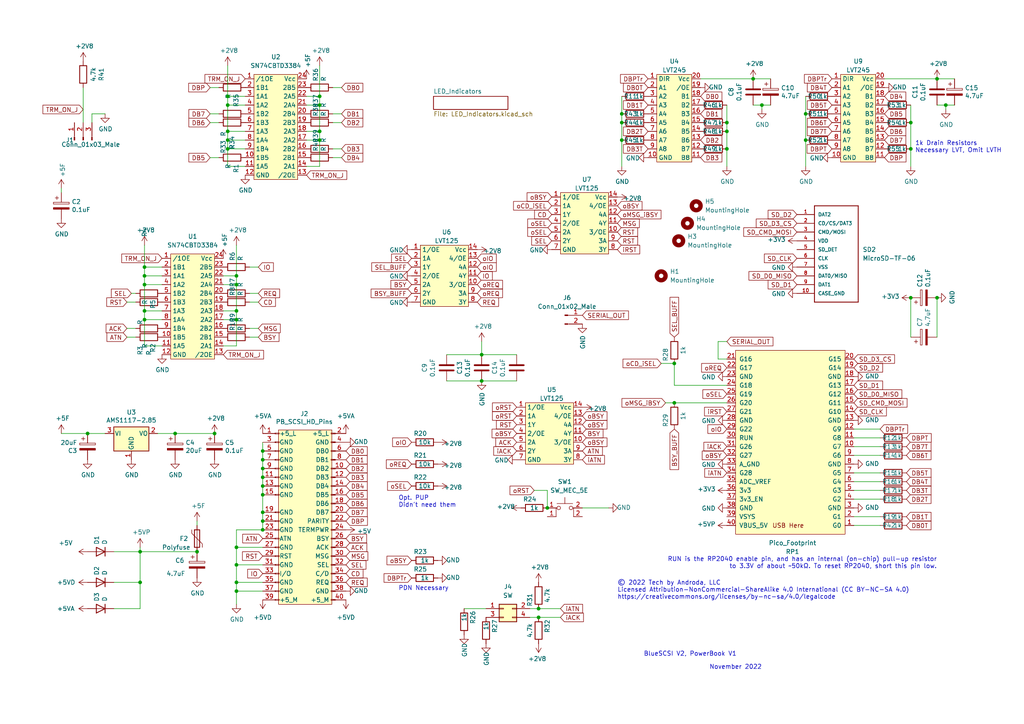
<source format=kicad_sch>
(kicad_sch (version 20211123) (generator eeschema)
  (paper "A4")
  (junction (at 68.58 171.45))
  (junction (at 25.4 125.73))
  (junction (at 271.78 86.36))
  (junction (at 40.64 168.91))
  (junction (at 41.91 77.47))
  (junction (at 92.71 27.94))
  (junction (at 41.91 90.17))
  (junction (at 68.58 82.55))
  (junction (at 220.98 30.48))
  (junction (at 66.04 43.18))
  (junction (at 156.21 176.53))
  (junction (at 139.7 110.49))
  (junction (at 92.71 30.48))
  (junction (at 57.15 160.02))
  (junction (at 40.64 160.02))
  (junction (at 92.71 40.64))
  (junction (at 158.75 147.32))
  (junction (at 92.71 38.1))
  (junction (at 210.82 43.18))
  (junction (at 139.7 102.87))
  (junction (at 195.58 105.41))
  (junction (at 76.2 133.35))
  (junction (at 41.91 80.01))
  (junction (at 68.58 80.01))
  (junction (at 66.04 38.1))
  (junction (at 76.2 130.81))
  (junction (at 41.91 82.55))
  (junction (at 180.34 33.02))
  (junction (at 76.2 143.51))
  (junction (at 233.68 33.02))
  (junction (at 210.82 35.56))
  (junction (at 76.2 148.59))
  (junction (at 68.58 90.17))
  (junction (at 218.44 22.86))
  (junction (at 62.23 125.73))
  (junction (at 271.78 22.86))
  (junction (at 156.21 179.07))
  (junction (at 50.8 125.73))
  (junction (at 180.34 40.64))
  (junction (at 66.04 27.94))
  (junction (at 264.16 86.36))
  (junction (at 210.82 38.1))
  (junction (at 233.68 40.64))
  (junction (at 68.58 163.83))
  (junction (at 264.16 43.18))
  (junction (at 76.2 135.89))
  (junction (at 66.04 30.48))
  (junction (at 76.2 153.67))
  (junction (at 68.58 158.75))
  (junction (at 195.58 116.84))
  (junction (at 274.32 30.48))
  (junction (at 76.2 151.13))
  (junction (at 180.34 35.56))
  (junction (at 264.16 35.56))
  (junction (at 66.04 40.64))
  (junction (at 68.58 92.71))
  (junction (at 68.58 168.91))
  (junction (at 76.2 140.97))
  (junction (at 41.91 92.71))
  (junction (at 76.2 138.43))
  (wire (pts (xy 92.71 48.26) (xy 92.71 40.64)))
  (wire (pts (xy 210.82 38.1) (xy 210.82 43.18)))
  (wire (pts (xy 193.04 116.84) (xy 195.58 116.84)))
  (wire (pts (xy 153.67 176.53) (xy 156.21 176.53)))
  (wire (pts (xy 66.04 43.18) (xy 71.12 43.18)))
  (wire (pts (xy 180.34 40.64) (xy 180.34 48.26)))
  (wire (pts (xy 68.58 158.75) (xy 68.58 153.67)))
  (wire (pts (xy 218.44 22.86) (xy 203.2 22.86)))
  (wire (pts (xy 92.71 30.48) (xy 92.71 27.94)))
  (wire (pts (xy 88.9 48.26) (xy 92.71 48.26)))
  (wire (pts (xy 64.77 90.17) (xy 68.58 90.17)))
  (wire (pts (xy 210.82 35.56) (xy 210.82 38.1)))
  (wire (pts (xy 264.16 43.18) (xy 264.16 48.26)))
  (wire (pts (xy 76.2 140.97) (xy 76.2 143.51)))
  (wire (pts (xy 68.58 168.91) (xy 68.58 163.83)))
  (wire (pts (xy 68.58 158.75) (xy 68.58 163.83)))
  (wire (pts (xy 274.32 30.48) (xy 274.32 31.75)))
  (wire (pts (xy 71.12 48.26) (xy 66.04 48.26)))
  (wire (pts (xy 88.9 38.1) (xy 92.71 38.1)))
  (wire (pts (xy 68.58 171.45) (xy 68.58 168.91)))
  (wire (pts (xy 39.37 85.09) (xy 38.1 85.09)))
  (wire (pts (xy 271.78 30.48) (xy 274.32 30.48)))
  (wire (pts (xy 134.62 176.53) (xy 140.97 176.53)))
  (wire (pts (xy 66.04 30.48) (xy 66.04 27.94)))
  (wire (pts (xy 218.44 30.48) (xy 220.98 30.48)))
  (wire (pts (xy 271.78 86.36) (xy 271.78 97.79)))
  (wire (pts (xy 66.04 38.1) (xy 66.04 30.48)))
  (wire (pts (xy 139.7 110.49) (xy 149.86 110.49)))
  (wire (pts (xy 129.54 102.87) (xy 139.7 102.87)))
  (wire (pts (xy 96.52 33.02) (xy 99.06 33.02)))
  (wire (pts (xy 41.91 77.47) (xy 46.99 77.47)))
  (wire (pts (xy 66.04 38.1) (xy 66.04 40.64)))
  (wire (pts (xy 264.16 86.36) (xy 264.16 97.79)))
  (wire (pts (xy 180.34 35.56) (xy 180.34 40.64)))
  (wire (pts (xy 233.68 33.02) (xy 233.68 40.64)))
  (wire (pts (xy 168.91 147.32) (xy 176.53 147.32)))
  (wire (pts (xy 247.65 139.7) (xy 255.27 139.7)))
  (wire (pts (xy 247.65 149.86) (xy 255.27 149.86)))
  (wire (pts (xy 68.58 153.67) (xy 76.2 153.67)))
  (wire (pts (xy 247.65 132.08) (xy 255.27 132.08)))
  (wire (pts (xy 41.91 90.17) (xy 41.91 82.55)))
  (wire (pts (xy 264.16 35.56) (xy 264.16 43.18)))
  (wire (pts (xy 92.71 40.64) (xy 92.71 38.1)))
  (wire (pts (xy 74.93 95.25) (xy 72.39 95.25)))
  (wire (pts (xy 41.91 92.71) (xy 46.99 92.71)))
  (wire (pts (xy 247.65 142.24) (xy 255.27 142.24)))
  (wire (pts (xy 41.91 80.01) (xy 46.99 80.01)))
  (wire (pts (xy 46.99 90.17) (xy 41.91 90.17)))
  (wire (pts (xy 76.2 171.45) (xy 68.58 171.45)))
  (wire (pts (xy 96.52 35.56) (xy 99.06 35.56)))
  (wire (pts (xy 68.58 82.55) (xy 68.58 80.01)))
  (wire (pts (xy 88.9 40.64) (xy 92.71 40.64)))
  (wire (pts (xy 88.9 27.94) (xy 92.71 27.94)))
  (wire (pts (xy 33.02 168.91) (xy 40.64 168.91)))
  (wire (pts (xy 66.04 40.64) (xy 66.04 43.18)))
  (wire (pts (xy 210.82 111.76) (xy 195.58 111.76)))
  (wire (pts (xy 17.78 125.73) (xy 25.4 125.73)))
  (wire (pts (xy 218.44 22.86) (xy 223.52 22.86)))
  (wire (pts (xy 191.77 105.41) (xy 195.58 105.41)))
  (wire (pts (xy 180.34 33.02) (xy 180.34 35.56)))
  (wire (pts (xy 66.04 19.05) (xy 66.04 27.94)))
  (wire (pts (xy 72.39 85.09) (xy 74.93 85.09)))
  (wire (pts (xy 68.58 163.83) (xy 76.2 163.83)))
  (wire (pts (xy 63.5 33.02) (xy 60.96 33.02)))
  (wire (pts (xy 233.68 27.94) (xy 233.68 33.02)))
  (wire (pts (xy 74.93 77.47) (xy 72.39 77.47)))
  (wire (pts (xy 68.58 171.45) (xy 68.58 175.26)))
  (wire (pts (xy 99.06 45.72) (xy 96.52 45.72)))
  (wire (pts (xy 68.58 90.17) (xy 68.58 82.55)))
  (wire (pts (xy 64.77 100.33) (xy 68.58 100.33)))
  (wire (pts (xy 26.67 33.02) (xy 30.48 33.02)))
  (wire (pts (xy 220.98 30.48) (xy 220.98 31.75)))
  (wire (pts (xy 99.06 43.18) (xy 96.52 43.18)))
  (wire (pts (xy 210.82 99.06) (xy 208.28 99.06)))
  (wire (pts (xy 68.58 100.33) (xy 68.58 92.71)))
  (wire (pts (xy 195.58 111.76) (xy 195.58 105.41)))
  (wire (pts (xy 76.2 135.89) (xy 76.2 138.43)))
  (wire (pts (xy 17.78 54.61) (xy 17.78 55.88)))
  (wire (pts (xy 66.04 40.64) (xy 71.12 40.64)))
  (wire (pts (xy 39.37 87.63) (xy 36.83 87.63)))
  (wire (pts (xy 24.13 25.4) (xy 24.13 35.56)))
  (wire (pts (xy 57.15 152.4) (xy 57.15 151.13)))
  (wire (pts (xy 195.58 116.84) (xy 210.82 116.84)))
  (wire (pts (xy 180.34 27.94) (xy 180.34 33.02)))
  (wire (pts (xy 233.68 40.64) (xy 233.68 48.26)))
  (wire (pts (xy 76.2 158.75) (xy 68.58 158.75)))
  (wire (pts (xy 92.71 38.1) (xy 92.71 30.48)))
  (wire (pts (xy 64.77 92.71) (xy 68.58 92.71)))
  (wire (pts (xy 158.75 142.24) (xy 158.75 147.32)))
  (wire (pts (xy 208.28 99.06) (xy 208.28 104.14)))
  (wire (pts (xy 25.4 125.73) (xy 30.48 125.73)))
  (wire (pts (xy 68.58 92.71) (xy 68.58 90.17)))
  (wire (pts (xy 76.2 133.35) (xy 76.2 135.89)))
  (wire (pts (xy 50.8 125.73) (xy 62.23 125.73)))
  (wire (pts (xy 76.2 130.81) (xy 76.2 133.35)))
  (wire (pts (xy 139.7 102.87) (xy 149.86 102.87)))
  (wire (pts (xy 156.21 179.07) (xy 162.56 179.07)))
  (wire (pts (xy 40.64 158.75) (xy 40.64 160.02)))
  (wire (pts (xy 247.65 137.16) (xy 255.27 137.16)))
  (wire (pts (xy 64.77 82.55) (xy 68.58 82.55)))
  (wire (pts (xy 33.02 160.02) (xy 40.64 160.02)))
  (wire (pts (xy 68.58 80.01) (xy 68.58 71.12)))
  (wire (pts (xy 92.71 27.94) (xy 92.71 19.05)))
  (wire (pts (xy 220.98 30.48) (xy 223.52 30.48)))
  (wire (pts (xy 99.06 25.4) (xy 96.52 25.4)))
  (wire (pts (xy 71.12 38.1) (xy 66.04 38.1)))
  (wire (pts (xy 210.82 30.48) (xy 210.82 35.56)))
  (wire (pts (xy 71.12 30.48) (xy 66.04 30.48)))
  (wire (pts (xy 45.72 125.73) (xy 50.8 125.73)))
  (wire (pts (xy 139.7 99.06) (xy 139.7 102.87)))
  (wire (pts (xy 76.2 148.59) (xy 76.2 151.13)))
  (wire (pts (xy 156.21 176.53) (xy 162.56 176.53)))
  (wire (pts (xy 41.91 90.17) (xy 41.91 92.71)))
  (wire (pts (xy 247.65 144.78) (xy 255.27 144.78)))
  (wire (pts (xy 88.9 30.48) (xy 92.71 30.48)))
  (wire (pts (xy 74.93 97.79) (xy 72.39 97.79)))
  (wire (pts (xy 33.02 176.53) (xy 40.64 176.53)))
  (wire (pts (xy 63.5 45.72) (xy 60.96 45.72)))
  (wire (pts (xy 40.64 160.02) (xy 57.15 160.02)))
  (wire (pts (xy 46.99 100.33) (xy 41.91 100.33)))
  (wire (pts (xy 210.82 43.18) (xy 210.82 48.26)))
  (wire (pts (xy 76.2 168.91) (xy 68.58 168.91)))
  (wire (pts (xy 46.99 82.55) (xy 41.91 82.55)))
  (wire (pts (xy 247.65 124.46) (xy 255.27 124.46)))
  (wire (pts (xy 247.65 129.54) (xy 255.27 129.54)))
  (wire (pts (xy 40.64 168.91) (xy 40.64 160.02)))
  (wire (pts (xy 247.65 152.4) (xy 255.27 152.4)))
  (wire (pts (xy 63.5 25.4) (xy 60.96 25.4)))
  (wire (pts (xy 153.67 179.07) (xy 156.21 179.07)))
  (wire (pts (xy 40.64 176.53) (xy 40.64 168.91)))
  (wire (pts (xy 264.16 30.48) (xy 264.16 35.56)))
  (wire (pts (xy 39.37 97.79) (xy 36.83 97.79)))
  (wire (pts (xy 36.83 95.25) (xy 39.37 95.25)))
  (wire (pts (xy 208.28 104.14) (xy 210.82 104.14)))
  (wire (pts (xy 247.65 127) (xy 255.27 127)))
  (wire (pts (xy 274.32 30.48) (xy 276.86 30.48)))
  (wire (pts (xy 64.77 80.01) (xy 68.58 80.01)))
  (wire (pts (xy 76.2 138.43) (xy 76.2 140.97)))
  (wire (pts (xy 154.94 142.24) (xy 158.75 142.24)))
  (wire (pts (xy 41.91 71.12) (xy 41.91 77.47)))
  (wire (pts (xy 271.78 22.86) (xy 276.86 22.86)))
  (wire (pts (xy 76.2 128.27) (xy 76.2 130.81)))
  (wire (pts (xy 41.91 77.47) (xy 41.91 80.01)))
  (wire (pts (xy 129.54 110.49) (xy 139.7 110.49)))
  (wire (pts (xy 41.91 82.55) (xy 41.91 80.01)))
  (wire (pts (xy 41.91 92.71) (xy 41.91 100.33)))
  (wire (pts (xy 72.39 87.63) (xy 74.93 87.63)))
  (wire (pts (xy 60.96 35.56) (xy 63.5 35.56)))
  (wire (pts (xy 76.2 143.51) (xy 76.2 148.59)))
  (wire (pts (xy 76.2 151.13) (xy 76.2 153.67)))
  (wire (pts (xy 26.67 35.56) (xy 26.67 33.02)))
  (wire (pts (xy 66.04 27.94) (xy 71.12 27.94)))
  (wire (pts (xy 271.78 22.86) (xy 256.54 22.86)))
  (wire (pts (xy 66.04 43.18) (xy 66.04 48.26)))
  (text "© 2022 Tech by Androda, LLC\nLicensed Attribution-NonCommercial-ShareAlike 4.0 International (CC BY-NC-SA 4.0)\nhttps://creativecommons.org/licenses/by-nc-sa/4.0/legalcode" (at 179.07 173.99 0) (effects (font (size 1.27 1.27)) (justify left bottom)))
  (text "November 2022" (at 205.74 194.31 0) (effects (font (size 1.27 1.27)) (justify left bottom)))
  (text "RUN is the RP2040 enable pin, and has an internal (on-chip) pull-up resistor\nto 3.3V of about ~50kΩ. To reset RP2040, short this pin low." (at 271.78 165.1 0) (effects (font (size 1.27 1.27)) (justify right bottom)))
  (text "Opt. PUP\nDidn't need them" (at 115.57 147.32 0) (effects (font (size 1.27 1.27)) (justify left bottom)))
  (text "BlueSCSI V2, PowerBook V1" (at 186.69 190.5 0) (effects (font (size 1.27 1.27)) (justify left bottom)))
  (text "PDN Necessary" (at 115.57 171.45 0) (effects (font (size 1.27 1.27)) (justify left bottom)))
  (text "1k Drain Resistors\nNecessary LVT, Omit LVTH" (at 265.43 44.45 0) (effects (font (size 1.27 1.27)) (justify left bottom)))
  (global_label "RST" (shape input) (at 36.83 87.63 180) (property "Intersheet References" "${INTERSHEET_REFS}" (effects hide)))
  (global_label "oSEL" (shape input) (at 119.38 140.97 180) (property "Intersheet References" "${INTERSHEET_REFS}" (effects hide)))
  (global_label "TRM_ON_J" (shape input) (at 24.13 31.75 180) (property "Intersheet References" "${INTERSHEET_REFS}" (effects hide)))
  (global_label "MSG" (shape input) (at 179.07 64.77 0) (property "Intersheet References" "${INTERSHEET_REFS}" (effects hide)))
  (global_label "SEL" (shape input) (at 38.1 85.09 180) (property "Intersheet References" "${INTERSHEET_REFS}" (effects hide)))
  (global_label "SD_D1" (shape input) (at 231.14 82.55 180) (property "Intersheet References" "${INTERSHEET_REFS}" (effects hide)))
  (global_label "oBSY" (shape input) (at 179.07 59.69 0) (property "Intersheet References" "${INTERSHEET_REFS}" (effects hide)))
  (global_label "oRST" (shape input) (at 149.86 120.65 180) (property "Intersheet References" "${INTERSHEET_REFS}" (effects hide)))
  (global_label "iACK" (shape input) (at 162.56 179.07 0) (property "Intersheet References" "${INTERSHEET_REFS}" (effects hide)))
  (global_label "SD_CLK" (shape input) (at 231.14 74.93 180) (property "Intersheet References" "${INTERSHEET_REFS}" (effects hide)))
  (global_label "MSG" (shape input) (at 100.33 161.29 0) (property "Intersheet References" "${INTERSHEET_REFS}" (effects hide)))
  (global_label "oIO" (shape input) (at 138.43 74.93 0) (property "Intersheet References" "${INTERSHEET_REFS}" (effects hide)))
  (global_label "DB1" (shape input) (at 203.2 33.02 0) (property "Intersheet References" "${INTERSHEET_REFS}" (effects hide)))
  (global_label "REQ" (shape input) (at 138.43 87.63 0) (property "Intersheet References" "${INTERSHEET_REFS}" (effects hide)))
  (global_label "CD" (shape input) (at 160.02 62.23 180) (property "Intersheet References" "${INTERSHEET_REFS}" (effects hide)))
  (global_label "DB1" (shape input) (at 99.06 33.02 0) (property "Intersheet References" "${INTERSHEET_REFS}" (effects hide)))
  (global_label "DB4" (shape input) (at 100.33 140.97 0) (property "Intersheet References" "${INTERSHEET_REFS}" (effects hide)))
  (global_label "DB1T" (shape input) (at 262.89 149.86 0) (property "Intersheet References" "${INTERSHEET_REFS}" (effects hide)))
  (global_label "DB2T" (shape input) (at 187.96 38.1 180) (property "Intersheet References" "${INTERSHEET_REFS}" (effects hide)))
  (global_label "oREQ" (shape input) (at 138.43 82.55 0) (property "Intersheet References" "${INTERSHEET_REFS}" (effects hide)))
  (global_label "oIO" (shape input) (at 138.43 77.47 0) (property "Intersheet References" "${INTERSHEET_REFS}" (effects hide)))
  (global_label "oIO" (shape input) (at 210.82 124.46 180) (property "Intersheet References" "${INTERSHEET_REFS}" (effects hide)))
  (global_label "DB7T" (shape input) (at 241.3 38.1 180) (property "Intersheet References" "${INTERSHEET_REFS}" (effects hide)))
  (global_label "oBSY" (shape input) (at 168.91 123.19 0) (property "Intersheet References" "${INTERSHEET_REFS}" (effects hide)))
  (global_label "DB3" (shape input) (at 99.06 43.18 0) (property "Intersheet References" "${INTERSHEET_REFS}" (effects hide)))
  (global_label "DBPTr" (shape input) (at 119.38 167.64 180) (property "Intersheet References" "${INTERSHEET_REFS}" (effects hide)))
  (global_label "SEL_BUFF" (shape input) (at 195.58 97.79 90) (property "Intersheet References" "${INTERSHEET_REFS}" (effects hide)))
  (global_label "oMSG_iBSY" (shape input) (at 179.07 62.23 0) (property "Intersheet References" "${INTERSHEET_REFS}" (effects hide)))
  (global_label "CD" (shape input) (at 74.93 87.63 0) (property "Intersheet References" "${INTERSHEET_REFS}" (effects hide)))
  (global_label "DBP" (shape input) (at 100.33 151.13 0) (property "Intersheet References" "${INTERSHEET_REFS}" (effects hide)))
  (global_label "BSY" (shape input) (at 168.91 125.73 0) (property "Intersheet References" "${INTERSHEET_REFS}" (effects hide)))
  (global_label "REQ" (shape input) (at 74.93 85.09 0) (property "Intersheet References" "${INTERSHEET_REFS}" (effects hide)))
  (global_label "ACK" (shape input) (at 149.86 128.27 180) (property "Intersheet References" "${INTERSHEET_REFS}" (effects hide)))
  (global_label "iRST" (shape input) (at 179.07 72.39 0) (property "Intersheet References" "${INTERSHEET_REFS}" (effects hide)))
  (global_label "oBSY" (shape input) (at 160.02 57.15 180) (property "Intersheet References" "${INTERSHEET_REFS}" (effects hide)))
  (global_label "DB4" (shape input) (at 256.54 27.94 0) (property "Intersheet References" "${INTERSHEET_REFS}" (effects hide)))
  (global_label "DBP" (shape input) (at 60.96 25.4 180) (property "Intersheet References" "${INTERSHEET_REFS}" (effects hide)))
  (global_label "RST" (shape input) (at 149.86 123.19 180) (property "Intersheet References" "${INTERSHEET_REFS}" (effects hide)))
  (global_label "DB7" (shape input) (at 100.33 148.59 0) (property "Intersheet References" "${INTERSHEET_REFS}" (effects hide)))
  (global_label "RST" (shape input) (at 179.07 69.85 0) (property "Intersheet References" "${INTERSHEET_REFS}" (effects hide)))
  (global_label "oBSY" (shape input) (at 149.86 125.73 180) (property "Intersheet References" "${INTERSHEET_REFS}" (effects hide)))
  (global_label "REQ" (shape input) (at 100.33 168.91 0) (property "Intersheet References" "${INTERSHEET_REFS}" (effects hide)))
  (global_label "DBPTr" (shape input) (at 187.96 22.86 180) (property "Intersheet References" "${INTERSHEET_REFS}" (effects hide)))
  (global_label "IO" (shape input) (at 76.2 166.37 180) (property "Intersheet References" "${INTERSHEET_REFS}" (effects hide)))
  (global_label "oBSY" (shape input) (at 168.91 120.65 0) (property "Intersheet References" "${INTERSHEET_REFS}" (effects hide)))
  (global_label "DB7T" (shape input) (at 262.89 129.54 0) (property "Intersheet References" "${INTERSHEET_REFS}" (effects hide)))
  (global_label "SERIAL_OUT" (shape input) (at 210.82 99.06 0) (property "Intersheet References" "${INTERSHEET_REFS}" (effects hide)))
  (global_label "RST" (shape input) (at 179.07 67.31 0) (property "Intersheet References" "${INTERSHEET_REFS}" (effects hide)))
  (global_label "DB7" (shape input) (at 60.96 33.02 180) (property "Intersheet References" "${INTERSHEET_REFS}" (effects hide)))
  (global_label "SD_D0_MISO" (shape input) (at 247.65 114.3 0) (property "Intersheet References" "${INTERSHEET_REFS}" (effects hide)))
  (global_label "DB2" (shape input) (at 99.06 35.56 0) (property "Intersheet References" "${INTERSHEET_REFS}" (effects hide)))
  (global_label "DB5T" (shape input) (at 241.3 30.48 180) (property "Intersheet References" "${INTERSHEET_REFS}" (effects hide)))
  (global_label "SEL" (shape input) (at 100.33 163.83 0) (property "Intersheet References" "${INTERSHEET_REFS}" (effects hide)))
  (global_label "DB5" (shape input) (at 256.54 33.02 0) (property "Intersheet References" "${INTERSHEET_REFS}" (effects hide)))
  (global_label "DB4" (shape input) (at 99.06 45.72 0) (property "Intersheet References" "${INTERSHEET_REFS}" (effects hide)))
  (global_label "SERIAL_OUT" (shape input) (at 168.91 91.44 0) (property "Intersheet References" "${INTERSHEET_REFS}" (effects hide)))
  (global_label "DB2" (shape input) (at 203.2 40.64 0) (property "Intersheet References" "${INTERSHEET_REFS}" (effects hide)))
  (global_label "oSEL" (shape input) (at 160.02 67.31 180) (property "Intersheet References" "${INTERSHEET_REFS}" (effects hide)))
  (global_label "ATN" (shape input) (at 76.2 156.21 180) (property "Intersheet References" "${INTERSHEET_REFS}" (effects hide)))
  (global_label "DB5" (shape input) (at 60.96 45.72 180) (property "Intersheet References" "${INTERSHEET_REFS}" (effects hide)))
  (global_label "SD_D3_CS" (shape input) (at 247.65 104.14 0) (property "Intersheet References" "${INTERSHEET_REFS}" (effects hide)))
  (global_label "TRM_ON_J" (shape input) (at 88.9 50.8 0) (property "Intersheet References" "${INTERSHEET_REFS}" (effects hide)))
  (global_label "CD" (shape input) (at 100.33 166.37 0) (property "Intersheet References" "${INTERSHEET_REFS}" (effects hide)))
  (global_label "oMSG_iBSY" (shape input) (at 193.04 116.84 180) (property "Intersheet References" "${INTERSHEET_REFS}" (effects hide)))
  (global_label "BSY" (shape input) (at 119.38 82.55 180) (property "Intersheet References" "${INTERSHEET_REFS}" (effects hide)))
  (global_label "DB6" (shape input) (at 100.33 146.05 0) (property "Intersheet References" "${INTERSHEET_REFS}" (effects hide)))
  (global_label "SD_CMD_MOSI" (shape input) (at 231.14 67.31 180) (property "Intersheet References" "${INTERSHEET_REFS}" (effects hide)))
  (global_label "DB3" (shape input) (at 203.2 45.72 0) (property "Intersheet References" "${INTERSHEET_REFS}" (effects hide)))
  (global_label "SEL" (shape input) (at 160.02 69.85 180) (property "Intersheet References" "${INTERSHEET_REFS}" (effects hide)))
  (global_label "DB0T" (shape input) (at 187.96 25.4 180) (property "Intersheet References" "${INTERSHEET_REFS}" (effects hide)))
  (global_label "BSY" (shape input) (at 74.93 97.79 0) (property "Intersheet References" "${INTERSHEET_REFS}" (effects hide)))
  (global_label "DBPTr" (shape input) (at 255.27 124.46 0) (property "Intersheet References" "${INTERSHEET_REFS}" (effects hide)))
  (global_label "oCD_iSEL" (shape input) (at 160.02 59.69 180) (property "Intersheet References" "${INTERSHEET_REFS}" (effects hide)))
  (global_label "SD_CMD_MOSI" (shape input) (at 247.65 116.84 0) (property "Intersheet References" "${INTERSHEET_REFS}" (effects hide)))
  (global_label "iRST" (shape input) (at 210.82 119.38 180) (property "Intersheet References" "${INTERSHEET_REFS}" (effects hide)))
  (global_label "SEL_BUFF" (shape input) (at 119.38 77.47 180) (property "Intersheet References" "${INTERSHEET_REFS}" (effects hide)))
  (global_label "DB6T" (shape input) (at 262.89 132.08 0) (property "Intersheet References" "${INTERSHEET_REFS}" (effects hide)))
  (global_label "DB6T" (shape input) (at 241.3 35.56 180) (property "Intersheet References" "${INTERSHEET_REFS}" (effects hide)))
  (global_label "iACK" (shape input) (at 149.86 130.81 180) (property "Intersheet References" "${INTERSHEET_REFS}" (effects hide)))
  (global_label "iATN" (shape input) (at 210.82 137.16 180) (property "Intersheet References" "${INTERSHEET_REFS}" (effects hide)))
  (global_label "oRST" (shape input) (at 149.86 118.11 180) (property "Intersheet References" "${INTERSHEET_REFS}" (effects hide)))
  (global_label "MSG" (shape input) (at 74.93 95.25 0) (property "Intersheet References" "${INTERSHEET_REFS}" (effects hide)))
  (global_label "SD_D1" (shape input) (at 247.65 111.76 0) (property "Intersheet References" "${INTERSHEET_REFS}" (effects hide)))
  (global_label "oSEL" (shape input) (at 210.82 114.3 180) (property "Intersheet References" "${INTERSHEET_REFS}" (effects hide)))
  (global_label "TRM_ON_J" (shape input) (at 64.77 102.87 0) (property "Intersheet References" "${INTERSHEET_REFS}" (effects hide)))
  (global_label "ACK" (shape input) (at 36.83 95.25 180) (property "Intersheet References" "${INTERSHEET_REFS}" (effects hide)))
  (global_label "DB5" (shape input) (at 100.33 143.51 0) (property "Intersheet References" "${INTERSHEET_REFS}" (effects hide)))
  (global_label "DB5T" (shape input) (at 262.89 137.16 0) (property "Intersheet References" "${INTERSHEET_REFS}" (effects hide)))
  (global_label "oSEL" (shape input) (at 160.02 64.77 180) (property "Intersheet References" "${INTERSHEET_REFS}" (effects hide)))
  (global_label "SD_D0_MISO" (shape input) (at 231.14 80.01 180) (property "Intersheet References" "${INTERSHEET_REFS}" (effects hide)))
  (global_label "DBPT" (shape input) (at 241.3 43.18 180) (property "Intersheet References" "${INTERSHEET_REFS}" (effects hide)))
  (global_label "SD_D2" (shape input) (at 247.65 106.68 0) (property "Intersheet References" "${INTERSHEET_REFS}" (effects hide)))
  (global_label "oREQ" (shape input) (at 138.43 85.09 0) (property "Intersheet References" "${INTERSHEET_REFS}" (effects hide)))
  (global_label "DB3" (shape input) (at 100.33 138.43 0) (property "Intersheet References" "${INTERSHEET_REFS}" (effects hide)))
  (global_label "SD_CLK" (shape input) (at 247.65 119.38 0) (property "Intersheet References" "${INTERSHEET_REFS}" (effects hide)))
  (global_label "DB2T" (shape input) (at 262.89 144.78 0) (property "Intersheet References" "${INTERSHEET_REFS}" (effects hide)))
  (global_label "oCD_iSEL" (shape input) (at 191.77 105.41 180) (property "Intersheet References" "${INTERSHEET_REFS}" (effects hide)))
  (global_label "SD_D3_CS" (shape input) (at 231.14 64.77 180) (property "Intersheet References" "${INTERSHEET_REFS}" (effects hide)))
  (global_label "oBSY" (shape input) (at 210.82 132.08 180) (property "Intersheet References" "${INTERSHEET_REFS}" (effects hide)))
  (global_label "DB0" (shape input) (at 203.2 27.94 0) (property "Intersheet References" "${INTERSHEET_REFS}" (effects hide)))
  (global_label "TRM_ON_J" (shape input) (at 46.99 74.93 180) (property "Intersheet References" "${INTERSHEET_REFS}" (effects hide)))
  (global_label "BSY_BUFF" (shape input) (at 119.38 85.09 180) (property "Intersheet References" "${INTERSHEET_REFS}" (effects hide)))
  (global_label "DB0" (shape input) (at 99.06 25.4 0) (property "Intersheet References" "${INTERSHEET_REFS}" (effects hide)))
  (global_label "DB3T" (shape input) (at 262.89 142.24 0) (property "Intersheet References" "${INTERSHEET_REFS}" (effects hide)))
  (global_label "DB1T" (shape input) (at 187.96 30.48 180) (property "Intersheet References" "${INTERSHEET_REFS}" (effects hide)))
  (global_label "oBSY" (shape input) (at 119.38 162.56 180) (property "Intersheet References" "${INTERSHEET_REFS}" (effects hide)))
  (global_label "DB6" (shape input) (at 256.54 38.1 0) (property "Intersheet References" "${INTERSHEET_REFS}" (effects hide)))
  (global_label "IO" (shape input) (at 74.93 77.47 0) (property "Intersheet References" "${INTERSHEET_REFS}" (effects hide)))
  (global_label "SEL" (shape input) (at 119.38 74.93 180) (property "Intersheet References" "${INTERSHEET_REFS}" (effects hide)))
  (global_label "iATN" (shape input) (at 168.91 133.35 0) (property "Intersheet References" "${INTERSHEET_REFS}" (effects hide)))
  (global_label "RST" (shape input) (at 76.2 161.29 180) (property "Intersheet References" "${INTERSHEET_REFS}" (effects hide)))
  (global_label "DBPT" (shape input) (at 262.89 127 0) (property "Intersheet References" "${INTERSHEET_REFS}" (effects hide)))
  (global_label "oRST" (shape input) (at 154.94 142.24 180) (property "Intersheet References" "${INTERSHEET_REFS}" (effects hide)))
  (global_label "TRM_ON_J" (shape input) (at 71.12 22.86 180) (property "Intersheet References" "${INTERSHEET_REFS}" (effects hide)))
  (global_label "oREQ" (shape input) (at 210.82 106.68 180) (property "Intersheet References" "${INTERSHEET_REFS}" (effects hide)))
  (global_label "DB6" (shape input) (at 60.96 35.56 180) (property "Intersheet References" "${INTERSHEET_REFS}" (effects hide)))
  (global_label "ACK" (shape input) (at 100.33 158.75 0) (property "Intersheet References" "${INTERSHEET_REFS}" (effects hide)))
  (global_label "DB4T" (shape input) (at 262.89 139.7 0) (property "Intersheet References" "${INTERSHEET_REFS}" (effects hide)))
  (global_label "BSY_BUFF" (shape input) (at 195.58 124.46 270) (property "Intersheet References" "${INTERSHEET_REFS}" (effects hide)))
  (global_label "iATN" (shape input) (at 162.56 176.53 0) (property "Intersheet References" "${INTERSHEET_REFS}" (effects hide)))
  (global_label "DB3T" (shape input) (at 187.96 43.18 180) (property "Intersheet References" "${INTERSHEET_REFS}" (effects hide)))
  (global_label "oBSY" (shape input) (at 168.91 128.27 0) (property "Intersheet References" "${INTERSHEET_REFS}" (effects hide)))
  (global_label "BSY" (shape input) (at 100.33 156.21 0) (property "Intersheet References" "${INTERSHEET_REFS}" (effects hide)))
  (global_label "DB0" (shape input) (at 100.33 130.81 0) (property "Intersheet References" "${INTERSHEET_REFS}" (effects hide)))
  (global_label "oIO" (shape input) (at 119.38 128.27 180) (property "Intersheet References" "${INTERSHEET_REFS}" (effects hide)))
  (global_label "DB7" (shape input) (at 256.54 40.64 0) (property "Intersheet References" "${INTERSHEET_REFS}" (effects hide)))
  (global_label "SD_D2" (shape input) (at 231.14 62.23 180) (property "Intersheet References" "${INTERSHEET_REFS}" (effects hide)))
  (global_label "DBPTr" (shape input) (at 241.3 22.86 180) (property "Intersheet References" "${INTERSHEET_REFS}" (effects hide)))
  (global_label "DB4T" (shape input) (at 241.3 25.4 180) (property "Intersheet References" "${INTERSHEET_REFS}" (effects hide)))
  (global_label "DB2" (shape input) (at 100.33 135.89 0) (property "Intersheet References" "${INTERSHEET_REFS}" (effects hide)))
  (global_label "oREQ" (shape input) (at 119.38 134.62 180) (property "Intersheet References" "${INTERSHEET_REFS}" (effects hide)))
  (global_label "iACK" (shape input) (at 210.82 129.54 180) (property "Intersheet References" "${INTERSHEET_REFS}" (effects hide)))
  (global_label "IO" (shape input) (at 138.43 80.01 0) (property "Intersheet References" "${INTERSHEET_REFS}" (effects hide)))
  (global_label "DB0T" (shape input) (at 262.89 152.4 0) (property "Intersheet References" "${INTERSHEET_REFS}" (effects hide)))
  (global_label "DB1" (shape input) (at 100.33 133.35 0) (property "Intersheet References" "${INTERSHEET_REFS}" (effects hide)))
  (global_label "ATN" (shape input) (at 168.91 130.81 0) (property "Intersheet References" "${INTERSHEET_REFS}" (effects hide)))
  (global_label "DBP" (shape input) (at 256.54 45.72 0) (property "Intersheet References" "${INTERSHEET_REFS}" (effects hide)))
  (global_label "ATN" (shape input) (at 36.83 97.79 180) (property "Intersheet References" "${INTERSHEET_REFS}" (effects hide)))
  (symbol (lib_id "Regulator_Linear:AMS1117CD-2.85") (at 38.1 125.73 0) (unit 1)
    (property "Reference" "U3" (at 38.1 119.5832 0))
    (property "Value" "AMS1117-2.85" (at 38.1 121.8946 0))
    (property "Footprint" "Package_TO_SOT_SMD:SOT-223-3_TabPin2" (effects hide))
    (property "Datasheet" "http://www.advanced-monolithic.com/pdf/ds1117.pdf" (effects hide))
  )
  (symbol (lib_id "power:GND") (at 38.1 133.35 0) (unit 1)
    (property "Reference" "#PWR012" (effects hide))
    (property "Value" "GND" (at 38.227 137.7442 0))
  )
  (symbol (lib_id "power:+2V8") (at 62.23 125.73 0) (unit 1)
    (property "Reference" "#PWR015" (effects hide))
    (property "Value" "+2V8" (at 62.611 121.3358 0))
  )
  (symbol (lib_id "Device:CP") (at 50.8 129.54 0) (unit 1)
    (property "Reference" "C4" (at 53.7972 128.3716 0) (effects (justify left)))
    (property "Value" "20uF" (at 53.7972 130.683 0) (effects (justify left)))
    (property "Footprint" "Capacitor_SMD:C_1206_3216Metric_Pad1.42x1.75mm_HandSolder" (effects hide))
  )
  (symbol (lib_id "Device:CP") (at 25.4 129.54 0) (unit 1)
    (property "Reference" "C3" (at 22.4028 130.7084 0) (effects (justify right)))
    (property "Value" "20uF" (at 22.4028 128.397 0) (effects (justify right)))
    (property "Footprint" "Capacitor_SMD:C_1206_3216Metric_Pad1.42x1.75mm_HandSolder" (effects hide))
  )
  (symbol (lib_id "power:GND") (at 25.4 133.35 0) (unit 1)
    (property "Reference" "#PWR07" (effects hide))
    (property "Value" "GND" (at 25.527 137.7442 0))
  )
  (symbol (lib_id "power:GND") (at 50.8 133.35 0) (unit 1)
    (property "Reference" "#PWR013" (effects hide))
    (property "Value" "GND" (at 50.927 137.7442 0))
  )
  (symbol (lib_id "custom_symbols:+5V_TPWR") (at 25.4 160.02 90) (unit 1)
    (property "Reference" "#PWR019" (effects hide))
    (property "Value" "+5V_TPWR" (at 19.05 157.48 90))
  )
  (symbol (lib_id "power:+3V3") (at 210.82 142.24 90) (unit 1)
    (property "Reference" "#PWR047" (effects hide))
    (property "Value" "+3V3" (at 207.5688 141.859 90) (effects (justify left)))
  )
  (symbol (lib_id "power:+5VP") (at 210.82 152.4 90) (unit 1)
    (property "Reference" "#PWR036" (effects hide))
    (property "Value" "+5VP" (at 207.5688 152.019 90) (effects (justify left)))
  )
  (symbol (lib_id "power:+5F") (at 17.78 125.73 0) (unit 1)
    (property "Reference" "#PWR06" (effects hide))
    (property "Value" "+5F" (at 18.161 121.3358 0))
  )
  (symbol (lib_id "power:+5F") (at 57.15 151.13 0) (unit 1)
    (property "Reference" "#PWR027" (effects hide))
    (property "Value" "+5F" (at 57.531 146.7358 0))
  )
  (symbol (lib_id "power:+5VP") (at 40.64 158.75 0) (unit 1)
    (property "Reference" "#PWR025" (effects hide))
    (property "Value" "+5VP" (at 41.021 154.3558 0))
  )
  (symbol (lib_id "custom_symbols:BlackSCSI") (at 229.87 156.21 180) (unit 1)
    (property "Reference" "RP1" (at 229.87 160.02 0))
    (property "Value" "Pico_Footprint" (at 229.87 157.48 0))
    (property "Footprint" "CustomFootprints:BluePillModule" (effects hide))
  )
  (symbol (lib_id "power:GND") (at 210.82 134.62 270) (unit 1)
    (property "Reference" "#PWR037" (effects hide))
    (property "Value" "GND" (at 207.5688 134.747 90) (effects (justify right)))
  )
  (symbol (lib_id "power:GND") (at 62.23 133.35 0) (unit 1)
    (property "Reference" "#PWR016" (effects hide))
    (property "Value" "GND" (at 62.357 137.7442 0))
  )
  (symbol (lib_id "Device:CP") (at 62.23 129.54 0) (unit 1)
    (property "Reference" "C5" (at 65.2272 128.3716 0) (effects (justify left)))
    (property "Value" "0.1uF" (at 65.2272 130.683 0) (effects (justify left)))
    (property "Footprint" "Capacitor_SMD:C_0805_2012Metric_Pad1.15x1.40mm_HandSolder" (effects hide))
  )
  (symbol (lib_id "power:GND") (at 17.78 63.5 0) (unit 1)
    (property "Reference" "#PWR05" (effects hide))
    (property "Value" "GND" (at 17.907 67.8942 0))
  )
  (symbol (lib_id "Device:CP") (at 17.78 59.69 0) (unit 1)
    (property "Reference" "C2" (at 20.7772 58.5216 0) (effects (justify left)))
    (property "Value" "0.1uF" (at 20.7772 60.833 0) (effects (justify left)))
    (property "Footprint" "Capacitor_SMD:C_0805_2012Metric_Pad1.15x1.40mm_HandSolder" (effects hide))
  )
  (symbol (lib_id "Device:D") (at 29.21 160.02 180) (unit 1)
    (property "Reference" "D1" (at 28.0416 157.988 90) (effects (justify right)))
    (property "Value" "D" (at 30.353 157.988 90) (effects (justify right)))
    (property "Footprint" "Diode_SMD:D_SMA" (effects hide))
  )
  (symbol (lib_id "power:GND") (at 57.15 167.64 0) (unit 1)
    (property "Reference" "#PWR018" (effects hide))
    (property "Value" "GND" (at 57.277 172.0342 0))
  )
  (symbol (lib_id "Device:CP") (at 57.15 163.83 0) (unit 1)
    (property "Reference" "C6" (at 50.8 162.56 0) (effects (justify left)))
    (property "Value" "4.7uF" (at 48.26 166.37 0) (effects (justify left)))
    (property "Footprint" "Capacitor_SMD:C_0805_2012Metric_Pad1.15x1.40mm_HandSolder" (effects hide))
  )
  (symbol (lib_id "power:+3V3") (at 264.16 86.36 90) (unit 1)
    (property "Reference" "#PWR048" (effects hide))
    (property "Value" "+3V3" (at 260.9088 85.979 90) (effects (justify left)))
  )
  (symbol (lib_id "power:GND") (at 271.78 86.36 90) (unit 1)
    (property "Reference" "#PWR050" (effects hide))
    (property "Value" "GND" (at 276.1742 86.233 0))
  )
  (symbol (lib_id "Device:CP") (at 267.97 86.36 90) (unit 1)
    (property "Reference" "C12" (at 266.8016 83.3628 0) (effects (justify left)))
    (property "Value" "0.1uF" (at 269.113 83.3628 0) (effects (justify left)))
    (property "Footprint" "Capacitor_SMD:C_0805_2012Metric_Pad1.18x1.45mm_HandSolder" (effects hide))
  )
  (symbol (lib_id "Connector:Conn_01x03_Male") (at 24.13 40.64 90) (unit 1)
    (property "Reference" "J1" (at 19.05 40.64 90) (effects (justify right)))
    (property "Value" "Conn_01x03_Male" (at 17.78 41.91 90) (effects (justify right)))
    (property "Footprint" "Connector_PinHeader_2.54mm:PinHeader_1x03_P2.54mm_Vertical" (effects hide))
  )
  (symbol (lib_id "power:GND") (at 30.48 33.02 0) (unit 1)
    (property "Reference" "#PWR04" (effects hide))
    (property "Value" "GND" (at 30.607 37.4142 0))
  )
  (symbol (lib_id "Device:R") (at 207.01 38.1 90) (unit 1)
    (property "Reference" "R48" (at 205.74 38.1 90))
    (property "Value" "1k" (at 208.28 38.1 90))
    (property "Footprint" "Resistor_SMD:R_0402_1005Metric_Pad0.72x0.64mm_HandSolder" (effects hide))
  )
  (symbol (lib_id "New_Library:LVT245") (at 248.92 19.05 0) (unit 1)
    (property "Reference" "U9" (at 248.92 17.78 0))
    (property "Value" "LVT245" (at 248.92 20.32 0))
    (property "Footprint" "Package_SO:TSSOP-20_4.4x6.5mm_P0.65mm" (effects hide))
  )
  (symbol (lib_id "Device:R") (at 24.13 21.59 180) (unit 1)
    (property "Reference" "R41" (at 29.3878 21.59 90))
    (property "Value" "4.7k" (at 27.0764 21.59 90))
    (property "Footprint" "Resistor_SMD:R_0603_1608Metric_Pad0.98x0.95mm_HandSolder" (effects hide))
  )
  (symbol (lib_id "power:GND") (at 264.16 48.26 0) (unit 1)
    (property "Reference" "#PWR032" (effects hide))
    (property "Value" "GND" (at 264.287 52.6542 0))
  )
  (symbol (lib_id "power:GND") (at 274.32 31.75 0) (unit 1)
    (property "Reference" "#PWR022" (effects hide))
    (property "Value" "GND" (at 274.447 36.1442 0))
  )
  (symbol (lib_id "power:+3V3") (at 231.14 69.85 90) (unit 1)
    (property "Reference" "#PWR0101" (effects hide))
    (property "Value" "+3V3" (at 227.8888 69.469 90) (effects (justify left)))
  )
  (symbol (lib_id "Device:R") (at 156.21 182.88 0) (unit 1)
    (property "Reference" "R32" (at 158.75 181.61 90))
    (property "Value" "4.7k" (at 153.67 182.88 90))
    (property "Footprint" "Resistor_SMD:R_0603_1608Metric_Pad0.98x0.95mm_HandSolder" (effects hide))
  )
  (symbol (lib_id "power:GND") (at 168.91 93.98 0) (unit 1)
    (property "Reference" "#PWR0112" (effects hide))
    (property "Value" "GND" (at 169.037 97.2312 90) (effects (justify right)))
  )
  (symbol (lib_id "power:+5VD") (at 76.2 173.99 180) (unit 1)
    (property "Reference" "#PWR038" (effects hide))
    (property "Value" "+5VD" (at 76.2 179.07 0))
  )
  (symbol (lib_id "Mechanical:MountingHole") (at 196.85 69.85 0) (unit 1)
    (property "Reference" "H3" (at 199.39 68.5799 0) (effects (justify left)))
    (property "Value" "MountingHole" (at 199.39 71.1199 0) (effects (justify left)))
    (property "Footprint" "MountingHole:MountingHole_3.2mm_M3" (effects hide))
  )
  (symbol (lib_id "power:GND") (at 127 162.56 90) (unit 1)
    (property "Reference" "#PWR0107" (effects hide))
    (property "Value" "GND" (at 131.3942 162.433 90))
  )
  (symbol (lib_id "power:GND") (at 210.82 109.22 270) (unit 1)
    (property "Reference" "#PWR061" (effects hide))
    (property "Value" "GND" (at 207.5688 109.347 90) (effects (justify right)))
  )
  (symbol (lib_id "power:GND") (at 231.14 77.47 270) (unit 1)
    (property "Reference" "#PWR0103" (effects hide))
    (property "Value" "GND" (at 227.8888 77.597 90) (effects (justify right)))
  )
  (symbol (lib_id "Mechanical:MountingHole") (at 191.77 80.01 0) (unit 1)
    (property "Reference" "H1" (at 194.31 78.7399 0) (effects (justify left)))
    (property "Value" "MountingHole" (at 194.31 81.2799 0) (effects (justify left)))
    (property "Footprint" "MountingHole:MountingHole_3.2mm_M3" (effects hide))
  )
  (symbol (lib_id "power:+2V8") (at 41.91 71.12 0) (unit 1)
    (property "Reference" "#PWR0119" (effects hide))
    (property "Value" "+2V8" (at 42.291 66.7258 0))
  )
  (symbol (lib_id "power:GND") (at 119.38 87.63 270) (unit 1)
    (property "Reference" "#PWR033" (effects hide))
    (property "Value" "GND" (at 114.9858 87.757 90))
  )
  (symbol (lib_id "Device:R") (at 123.19 134.62 90) (unit 1)
    (property "Reference" "R21" (at 121.92 132.08 90))
    (property "Value" "10k" (at 123.19 134.62 90))
    (property "Footprint" "Resistor_SMD:R_0603_1608Metric_Pad0.98x0.95mm_HandSolder" (effects hide))
  )
  (symbol (lib_id "power:+2V8") (at 151.13 147.32 90) (unit 1)
    (property "Reference" "#PWR0114" (effects hide))
    (property "Value" "+2V8" (at 146.7358 146.939 90))
  )
  (symbol (lib_id "Device:R") (at 92.71 43.18 90) (unit 1)
    (property "Reference" "R39" (at 91.5416 41.402 0) (effects (justify left)))
    (property "Value" "R" (at 93.853 41.402 0) (effects (justify left)))
    (property "Footprint" "Resistor_SMD:R_0603_1608Metric_Pad0.98x0.95mm_HandSolder" (effects hide))
  )
  (symbol (lib_id "power:GND") (at 233.68 48.26 0) (unit 1)
    (property "Reference" "#PWR030" (effects hide))
    (property "Value" "GND" (at 233.807 52.6542 0))
  )
  (symbol (lib_id "power:+2V8") (at 127 128.27 270) (unit 1)
    (property "Reference" "#PWR034" (effects hide))
    (property "Value" "+2V8" (at 131.3942 128.651 90))
  )
  (symbol (lib_id "Device:R") (at 207.01 35.56 90) (unit 1)
    (property "Reference" "R47" (at 205.74 35.56 90))
    (property "Value" "1k" (at 208.28 35.56 90))
    (property "Footprint" "Resistor_SMD:R_0402_1005Metric_Pad0.72x0.64mm_HandSolder" (effects hide))
  )
  (symbol (lib_id "power:GND") (at 247.65 109.22 90) (unit 1)
    (property "Reference" "#PWR064" (effects hide))
    (property "Value" "GND" (at 250.9012 109.093 90) (effects (justify right)))
  )
  (symbol (lib_id "Device:R") (at 237.49 40.64 90) (unit 1)
    (property "Reference" "R52" (at 236.22 40.64 90))
    (property "Value" "1k" (at 238.76 40.64 90))
    (property "Footprint" "Resistor_SMD:R_0402_1005Metric_Pad0.72x0.64mm_HandSolder" (effects hide))
  )
  (symbol (lib_id "Device:R") (at 67.31 33.02 270) (unit 1)
    (property "Reference" "R34" (at 67.31 39.37 0) (effects (justify left)))
    (property "Value" "R" (at 64.77 38.1 0) (effects (justify left)))
    (property "Footprint" "Resistor_SMD:R_0603_1608Metric_Pad0.98x0.95mm_HandSolder" (effects hide))
  )
  (symbol (lib_id "Device:R") (at 259.08 132.08 90) (unit 1)
    (property "Reference" "R14" (at 257.81 132.08 90))
    (property "Value" "1k" (at 260.35 132.08 90))
    (property "Footprint" "Resistor_SMD:R_0402_1005Metric_Pad0.72x0.64mm_HandSolder" (effects hide))
  )
  (symbol (lib_id "Device:CP") (at 276.86 26.67 0) (unit 1)
    (property "Reference" "C15" (at 279.8572 25.5016 0) (effects (justify left)))
    (property "Value" "4.7uF" (at 279.8572 27.813 0) (effects (justify left)))
    (property "Footprint" "Capacitor_SMD:C_0805_2012Metric_Pad1.18x1.45mm_HandSolder" (effects hide))
  )
  (symbol (lib_id "power:GND") (at 256.54 25.4 90) (unit 1)
    (property "Reference" "#PWR020" (effects hide))
    (property "Value" "GND" (at 260.9342 25.273 90))
  )
  (symbol (lib_id "Device:R") (at 195.58 120.65 180) (unit 1)
    (property "Reference" "R29" (at 193.04 121.92 90))
    (property "Value" "1k" (at 198.12 120.65 90))
    (property "Footprint" "Resistor_SMD:R_0603_1608Metric_Pad0.98x0.95mm_HandSolder" (effects hide))
  )
  (symbol (lib_id "Device:R") (at 68.58 97.79 90) (unit 1)
    (property "Reference" "R10" (at 67.4116 96.012 0) (effects (justify left)))
    (property "Value" "R" (at 69.723 96.012 0) (effects (justify left)))
    (property "Footprint" "Resistor_SMD:R_0603_1608Metric_Pad0.98x0.95mm_HandSolder" (effects hide))
  )
  (symbol (lib_id "Device:R") (at 68.58 85.09 90) (unit 1)
    (property "Reference" "R7" (at 67.4116 83.312 0) (effects (justify left)))
    (property "Value" "R" (at 69.723 83.312 0) (effects (justify left)))
    (property "Footprint" "Resistor_SMD:R_0603_1608Metric_Pad0.98x0.95mm_HandSolder" (effects hide))
  )
  (symbol (lib_id "power:+5VA") (at 76.2 125.73 0) (unit 1)
    (property "Reference" "#PWR035" (effects hide))
    (property "Value" "+5VA" (at 76.2 120.65 0))
  )
  (symbol (lib_id "Device:R") (at 92.71 33.02 90) (unit 1)
    (property "Reference" "R37" (at 91.5416 31.242 0) (effects (justify left)))
    (property "Value" "R" (at 93.853 31.242 0) (effects (justify left)))
    (property "Footprint" "Resistor_SMD:R_0603_1608Metric_Pad0.98x0.95mm_HandSolder" (effects hide))
  )
  (symbol (lib_id "power:GND") (at 210.82 147.32 270) (unit 1)
    (property "Reference" "#PWR063" (effects hide))
    (property "Value" "GND" (at 207.5688 147.447 90) (effects (justify right)))
  )
  (symbol (lib_id "New_Library:SN74CBTD3384") (at 55.88 69.85 0) (unit 1)
    (property "Reference" "U1" (at 55.88 68.58 0))
    (property "Value" "SN74CBTD3384" (at 55.88 71.12 0))
    (property "Footprint" "Package_SO:TSSOP-24_4.4x7.8mm_P0.65mm" (effects hide))
  )
  (symbol (lib_id "power:+2V8") (at 139.7 99.06 0) (unit 1)
    (property "Reference" "#PWR055" (effects hide))
    (property "Value" "+2V8" (at 140.081 94.6658 0))
  )
  (symbol (lib_id "Device:R") (at 184.15 35.56 90) (unit 1)
    (property "Reference" "R44" (at 182.88 35.56 90))
    (property "Value" "1k" (at 185.42 35.56 90))
    (property "Footprint" "Resistor_SMD:R_0402_1005Metric_Pad0.72x0.64mm_HandSolder" (effects hide))
  )
  (symbol (lib_id "Device:R") (at 259.08 129.54 90) (unit 1)
    (property "Reference" "R13" (at 257.81 129.54 90))
    (property "Value" "1k" (at 260.35 129.54 90))
    (property "Footprint" "Resistor_SMD:R_0402_1005Metric_Pad0.72x0.64mm_HandSolder" (effects hide))
  )
  (symbol (lib_id "Connector:Conn_01x02_Male") (at 163.83 91.44 0) (unit 1)
    (property "Reference" "J6" (at 164.465 86.36 0))
    (property "Value" "Conn_01x02_Male" (at 164.465 88.9 0))
    (property "Footprint" "Connector_PinHeader_2.54mm:PinHeader_1x02_P2.54mm_Vertical" (effects hide))
  )
  (symbol (lib_id "Device:R") (at 259.08 152.4 90) (unit 1)
    (property "Reference" "R42" (at 257.81 152.4 90))
    (property "Value" "1k" (at 260.35 152.4 90))
    (property "Footprint" "Resistor_SMD:R_0402_1005Metric_Pad0.72x0.64mm_HandSolder" (effects hide))
  )
  (symbol (lib_id "power:GND") (at 119.38 72.39 270) (unit 1)
    (property "Reference" "#PWR028" (effects hide))
    (property "Value" "GND" (at 114.9858 72.517 90))
  )
  (symbol (lib_id "power:GND") (at 220.98 31.75 0) (unit 1)
    (property "Reference" "#PWR010" (effects hide))
    (property "Value" "GND" (at 221.107 36.1442 0))
  )
  (symbol (lib_id "Device:R") (at 123.19 167.64 90) (unit 1)
    (property "Reference" "R25" (at 121.92 165.1 90))
    (property "Value" "1k" (at 123.19 167.64 90))
    (property "Footprint" "Resistor_SMD:R_0603_1608Metric_Pad0.98x0.95mm_HandSolder" (effects hide))
  )
  (symbol (lib_id "Device:R") (at 43.18 97.79 270) (unit 1)
    (property "Reference" "R2" (at 44.3484 99.568 0) (effects (justify left)))
    (property "Value" "R" (at 42.037 99.568 0) (effects (justify left)))
    (property "Footprint" "Resistor_SMD:R_0603_1608Metric_Pad0.98x0.95mm_HandSolder" (effects hide))
  )
  (symbol (lib_id "Device:R") (at 43.18 95.25 270) (unit 1)
    (property "Reference" "R3" (at 40.64 100.33 0) (effects (justify left)))
    (property "Value" "R" (at 43.18 101.6 0) (effects (justify left)))
    (property "Footprint" "Resistor_SMD:R_0603_1608Metric_Pad0.98x0.95mm_HandSolder" (effects hide))
  )
  (symbol (lib_id "power:GND") (at 210.82 48.26 0) (unit 1)
    (property "Reference" "#PWR029" (effects hide))
    (property "Value" "GND" (at 210.947 52.6542 0))
  )
  (symbol (lib_id "power:+5VD") (at 25.4 168.91 90) (unit 1)
    (property "Reference" "#PWR014" (effects hide))
    (property "Value" "+5VD" (at 16.51 168.91 90) (effects (justify right)))
  )
  (symbol (lib_id "power:GND") (at 46.99 102.87 0) (unit 1)
    (property "Reference" "#PWR0115" (effects hide))
    (property "Value" "GND" (at 47.117 107.2642 0))
  )
  (symbol (lib_id "Device:R") (at 237.49 27.94 90) (unit 1)
    (property "Reference" "R50" (at 236.22 27.94 90))
    (property "Value" "1k" (at 238.76 27.94 90))
    (property "Footprint" "Resistor_SMD:R_0402_1005Metric_Pad0.72x0.64mm_HandSolder" (effects hide))
  )
  (symbol (lib_id "power:+2V8") (at 168.91 118.11 270) (unit 1)
    (property "Reference" "#PWR053" (effects hide))
    (property "Value" "+2V8" (at 173.3042 118.491 90))
  )
  (symbol (lib_id "power:GND") (at 71.12 50.8 0) (unit 1)
    (property "Reference" "#PWR046" (effects hide))
    (property "Value" "GND" (at 71.247 55.1942 0))
  )
  (symbol (lib_id "power:+5VD") (at 100.33 173.99 180) (unit 1)
    (property "Reference" "#PWR045" (effects hide))
    (property "Value" "+5VD" (at 100.33 179.07 0))
  )
  (symbol (lib_id "Device:R") (at 259.08 149.86 90) (unit 1)
    (property "Reference" "R19" (at 257.81 149.86 90))
    (property "Value" "1k" (at 260.35 149.86 90))
    (property "Footprint" "Resistor_SMD:R_0402_1005Metric_Pad0.72x0.64mm_HandSolder" (effects hide))
  )
  (symbol (lib_id "power:+2V8") (at 156.21 186.69 180) (unit 1)
    (property "Reference" "#PWR0111" (effects hide))
    (property "Value" "+2V8" (at 155.829 191.0842 0))
  )
  (symbol (lib_id "power:GND") (at 127 167.64 90) (unit 1)
    (property "Reference" "#PWR0106" (effects hide))
    (property "Value" "GND" (at 131.3942 167.513 90))
  )
  (symbol (lib_id "Device:R") (at 92.71 45.72 90) (unit 1)
    (property "Reference" "R40" (at 91.5416 43.942 0) (effects (justify left)))
    (property "Value" "R" (at 93.853 43.942 0) (effects (justify left)))
    (property "Footprint" "Resistor_SMD:R_0603_1608Metric_Pad0.98x0.95mm_HandSolder" (effects hide))
  )
  (symbol (lib_id "Device:R") (at 134.62 180.34 0) (unit 1)
    (property "Reference" "R26" (at 137.16 179.07 90))
    (property "Value" "1k" (at 134.62 179.07 90))
    (property "Footprint" "Resistor_SMD:R_0603_1608Metric_Pad0.98x0.95mm_HandSolder" (effects hide))
  )
  (symbol (lib_id "power:GND") (at 180.34 48.26 0) (unit 1)
    (property "Reference" "#PWR023" (effects hide))
    (property "Value" "GND" (at 180.467 52.6542 0))
  )
  (symbol (lib_id "Device:R") (at 43.18 85.09 270) (unit 1)
    (property "Reference" "R5" (at 44.3484 86.868 0) (effects (justify left)))
    (property "Value" "R" (at 42.037 86.868 0) (effects (justify left)))
    (property "Footprint" "Resistor_SMD:R_0603_1608Metric_Pad0.98x0.95mm_HandSolder" (effects hide))
  )
  (symbol (lib_id "power:GND") (at 247.65 134.62 90) (unit 1)
    (property "Reference" "#PWR066" (effects hide))
    (property "Value" "GND" (at 250.9012 134.493 90) (effects (justify right)))
  )
  (symbol (lib_id "Device:R") (at 43.18 87.63 270) (unit 1)
    (property "Reference" "R4" (at 41.91 66.04 0) (effects (justify left)))
    (property "Value" "R" (at 40.64 92.71 0) (effects (justify left)))
    (property "Footprint" "Resistor_SMD:R_0603_1608Metric_Pad0.98x0.95mm_HandSolder" (effects hide))
  )
  (symbol (lib_id "Device:R") (at 259.08 139.7 90) (unit 1)
    (property "Reference" "R16" (at 257.81 139.7 90))
    (property "Value" "1k" (at 260.35 139.7 90))
    (property "Footprint" "Resistor_SMD:R_0402_1005Metric_Pad0.72x0.64mm_HandSolder" (effects hide))
  )
  (symbol (lib_id "Device:R") (at 237.49 33.02 90) (unit 1)
    (property "Reference" "R51" (at 236.22 33.02 90))
    (property "Value" "1k" (at 238.76 33.02 90))
    (property "Footprint" "Resistor_SMD:R_0402_1005Metric_Pad0.72x0.64mm_HandSolder" (effects hide))
  )
  (symbol (lib_id "power:+5F") (at 17.78 54.61 0) (unit 1)
    (property "Reference" "#PWR0116" (effects hide))
    (property "Value" "+5F" (at 18.161 51.3588 90) (effects (justify left)))
  )
  (symbol (lib_id "power:+2V8") (at 127 140.97 270) (unit 1)
    (property "Reference" "#PWR040" (effects hide))
    (property "Value" "+2V8" (at 131.3942 141.351 90))
  )
  (symbol (lib_id "Device:R") (at 123.19 140.97 90) (unit 1)
    (property "Reference" "R22" (at 121.92 138.43 90))
    (property "Value" "10k" (at 123.19 140.97 90))
    (property "Footprint" "Resistor_SMD:R_0603_1608Metric_Pad0.98x0.95mm_HandSolder" (effects hide))
  )
  (symbol (lib_id "Device:R") (at 259.08 144.78 90) (unit 1)
    (property "Reference" "R18" (at 257.81 144.78 90))
    (property "Value" "1k" (at 260.35 144.78 90))
    (property "Footprint" "Resistor_SMD:R_0402_1005Metric_Pad0.72x0.64mm_HandSolder" (effects hide))
  )
  (symbol (lib_id "power:GND") (at 119.38 80.01 270) (unit 1)
    (property "Reference" "#PWR031" (effects hide))
    (property "Value" "GND" (at 114.9858 80.137 90))
  )
  (symbol (lib_id "Connector_Generic:Conn_02x02_Odd_Even") (at 146.05 176.53 0) (unit 1)
    (property "Reference" "J4" (at 147.32 170.18 0))
    (property "Value" "SW" (at 147.32 172.72 0))
    (property "Footprint" "Connector_PinHeader_2.54mm:PinHeader_2x02_P2.54mm_Vertical" (effects hide))
  )
  (symbol (lib_id "power:GND") (at 139.7 110.49 0) (unit 1)
    (property "Reference" "#PWR056" (effects hide))
    (property "Value" "GND" (at 139.827 113.7412 90) (effects (justify right)))
  )
  (symbol (lib_id "power:+2V8") (at 92.71 19.05 0) (unit 1)
    (property "Reference" "#PWR052" (effects hide))
    (property "Value" "+2V8" (at 93.091 14.6558 0))
  )
  (symbol (lib_id "New_Library:LVT125") (at 129.54 69.85 0) (unit 1)
    (property "Reference" "U6" (at 129.54 67.31 0))
    (property "Value" "LVT125" (at 129.54 69.85 0))
    (property "Footprint" "Package_SO:TSSOP-14_4.4x5mm_P0.65mm" (effects hide))
  )
  (symbol (lib_id "power:GND") (at 160.02 72.39 270) (unit 1)
    (property "Reference" "#PWR057" (effects hide))
    (property "Value" "GND" (at 155.6258 72.517 90))
  )
  (symbol (lib_id "Device:C") (at 129.54 106.68 180) (unit 1)
    (property "Reference" "C9" (at 123.1392 106.68 90))
    (property "Value" "0.1uF" (at 125.4506 106.68 90))
    (property "Footprint" "Capacitor_SMD:C_0805_2012Metric_Pad1.18x1.45mm_HandSolder" (effects hide))
  )
  (symbol (lib_id "New_Library:SN74CBTD3384") (at 80.01 17.78 0) (unit 1)
    (property "Reference" "U2" (at 80.01 16.51 0))
    (property "Value" "SN74CBTD3384" (at 80.01 19.05 0))
    (property "Footprint" "Package_SO:TSSOP-24_4.4x7.8mm_P0.65mm" (effects hide))
  )
  (symbol (lib_id "Device:R") (at 92.71 25.4 90) (unit 1)
    (property "Reference" "R36" (at 91.5416 23.622 0) (effects (justify left)))
    (property "Value" "R" (at 93.853 23.622 0) (effects (justify left)))
    (property "Footprint" "Resistor_SMD:R_0603_1608Metric_Pad0.98x0.95mm_HandSolder" (effects hide))
  )
  (symbol (lib_id "power:+2V8") (at 156.21 168.91 0) (unit 1)
    (property "Reference" "#PWR0108" (effects hide))
    (property "Value" "+2V8" (at 156.591 164.5158 0))
  )
  (symbol (lib_id "power:GND") (at 100.33 128.27 90) (unit 1)
    (property "Reference" "#PWR042" (effects hide))
    (property "Value" "GND" (at 104.7242 128.143 90))
  )
  (symbol (lib_id "power:+5F") (at 88.9 22.86 0) (unit 1)
    (property "Reference" "#PWR049" (effects hide))
    (property "Value" "+5F" (at 89.281 19.6088 90) (effects (justify left)))
  )
  (symbol (lib_id "power:+2V8") (at 271.78 22.86 0) (unit 1)
    (property "Reference" "#PWR021" (effects hide))
    (property "Value" "+2V8" (at 272.161 18.4658 0))
  )
  (symbol (lib_id "Device:R") (at 259.08 142.24 90) (unit 1)
    (property "Reference" "R17" (at 257.81 142.24 90))
    (property "Value" "1k" (at 260.35 142.24 90))
    (property "Footprint" "Resistor_SMD:R_0402_1005Metric_Pad0.72x0.64mm_HandSolder" (effects hide))
  )
  (symbol (lib_id "Device:R") (at 260.35 30.48 90) (unit 1)
    (property "Reference" "R53" (at 259.08 30.48 90))
    (property "Value" "1k" (at 261.62 30.48 90))
    (property "Footprint" "Resistor_SMD:R_0402_1005Metric_Pad0.72x0.64mm_HandSolder" (effects hide))
  )
  (symbol (lib_id "Device:R") (at 123.19 162.56 90) (unit 1)
    (property "Reference" "R23" (at 121.92 160.02 90))
    (property "Value" "1k" (at 123.19 162.56 90))
    (property "Footprint" "Resistor_SMD:R_0603_1608Metric_Pad0.98x0.95mm_HandSolder" (effects hide))
  )
  (symbol (lib_id "Device:R") (at 154.94 147.32 270) (unit 1)
    (property "Reference" "R24" (at 153.67 144.78 90))
    (property "Value" "1k" (at 154.94 147.32 90))
    (property "Footprint" "Resistor_SMD:R_0603_1608Metric_Pad0.98x0.95mm_HandSolder" (effects hide))
  )
  (symbol (lib_id "Device:R") (at 184.15 27.94 90) (unit 1)
    (property "Reference" "R11" (at 182.88 27.94 90))
    (property "Value" "1k" (at 185.42 27.94 90))
    (property "Footprint" "Resistor_SMD:R_0402_1005Metric_Pad0.72x0.64mm_HandSolder" (effects hide))
  )
  (symbol (lib_id "power:GND") (at 187.96 45.72 270) (unit 1)
    (property "Reference" "#PWR02" (effects hide))
    (property "Value" "GND" (at 183.5658 45.847 90))
  )
  (symbol (lib_id "power:+2V8") (at 66.04 19.05 0) (unit 1)
    (property "Reference" "#PWR01" (effects hide))
    (property "Value" "+2V8" (at 66.421 14.6558 0))
  )
  (symbol (lib_id "power:+5F") (at 64.77 74.93 0) (unit 1)
    (property "Reference" "#PWR0118" (effects hide))
    (property "Value" "+5F" (at 65.151 71.6788 90) (effects (justify left)))
  )
  (symbol (lib_id "New_Library:MicroSD-TF-06") (at 231.14 62.23 0) (unit 1)
    (property "Reference" "SD2" (at 250.19 72.3899 0) (effects (justify left)))
    (property "Value" "MicroSD-TF-06" (at 250.19 74.9299 0) (effects (justify left)))
    (property "Footprint" "Library:TF-06_MicroSD" (effects hide))
    (property "MANUFACTURER_PART_NUMBER" "C693844" (effects hide))
  )
  (symbol (lib_id "power:GND") (at 203.2 25.4 90) (unit 1)
    (property "Reference" "#PWR08" (effects hide))
    (property "Value" "GND" (at 207.5942 25.273 90))
  )
  (symbol (lib_id "Device:R") (at 184.15 33.02 90) (unit 1)
    (property "Reference" "R43" (at 182.88 33.02 90))
    (property "Value" "1k" (at 185.42 33.02 90))
    (property "Footprint" "Resistor_SMD:R_0402_1005Metric_Pad0.72x0.64mm_HandSolder" (effects hide))
  )
  (symbol (lib_id "Device:R") (at 259.08 137.16 90) (unit 1)
    (property "Reference" "R15" (at 257.81 137.16 90))
    (property "Value" "1k" (at 260.35 137.16 90))
    (property "Footprint" "Resistor_SMD:R_0402_1005Metric_Pad0.72x0.64mm_HandSolder" (effects hide))
  )
  (symbol (lib_id "Device:R") (at 156.21 172.72 180) (unit 1)
    (property "Reference" "R31" (at 153.67 173.99 90))
    (property "Value" "4.7k" (at 158.75 172.72 90))
    (property "Footprint" "Resistor_SMD:R_0603_1608Metric_Pad0.98x0.95mm_HandSolder" (effects hide))
  )
  (symbol (lib_id "Device:R") (at 68.58 87.63 90) (unit 1)
    (property "Reference" "R8" (at 67.4116 85.852 0) (effects (justify left)))
    (property "Value" "R" (at 69.723 85.852 0) (effects (justify left)))
    (property "Footprint" "Resistor_SMD:R_0603_1608Metric_Pad0.98x0.95mm_HandSolder" (effects hide))
  )
  (symbol (lib_id "power:GND") (at 247.65 147.32 90) (unit 1)
    (property "Reference" "#PWR067" (effects hide))
    (property "Value" "GND" (at 250.9012 147.193 90) (effects (justify right)))
  )
  (symbol (lib_id "Mechanical:MountingHole") (at 199.39 64.77 0) (unit 1)
    (property "Reference" "H4" (at 201.93 63.4999 0) (effects (justify left)))
    (property "Value" "MountingHole" (at 201.93 66.0399 0) (effects (justify left)))
    (property "Footprint" "MountingHole:MountingHole_3.2mm_M3" (effects hide))
  )
  (symbol (lib_id "Device:R") (at 195.58 101.6 180) (unit 1)
    (property "Reference" "R28" (at 193.04 102.87 90))
    (property "Value" "1k" (at 198.12 101.6 90))
    (property "Footprint" "Resistor_SMD:R_0603_1608Metric_Pad0.98x0.95mm_HandSolder" (effects hide))
  )
  (symbol (lib_id "Switch:SW_MEC_5E") (at 163.83 149.86 0) (unit 1)
    (property "Reference" "SW1" (at 163.83 139.7 0))
    (property "Value" "SW_MEC_5E" (at 165.1 142.24 0))
    (property "Footprint" "Library:TS-1187A-B-A-B" (effects hide))
    (property "Datasheet" "http://www.apem.com/int/index.php?controller=attachment&id_attachment=1371" (effects hide))
  )
  (symbol (lib_id "power:GND") (at 210.82 121.92 270) (unit 1)
    (property "Reference" "#PWR062" (effects hide))
    (property "Value" "GND" (at 207.5688 122.047 90) (effects (justify right)))
  )
  (symbol (lib_id "Device:R") (at 68.58 77.47 90) (unit 1)
    (property "Reference" "R6" (at 67.4116 75.692 0) (effects (justify left)))
    (property "Value" "R" (at 69.723 75.692 0) (effects (justify left)))
    (property "Footprint" "Resistor_SMD:R_0603_1608Metric_Pad0.98x0.95mm_HandSolder" (effects hide))
  )
  (symbol (lib_id "power:+5VA") (at 25.4 176.53 90) (unit 1)
    (property "Reference" "#PWR017" (effects hide))
    (property "Value" "+5VA" (at 16.51 176.53 90) (effects (justify right)))
  )
  (symbol (lib_id "Device:C") (at 139.7 106.68 180) (unit 1)
    (property "Reference" "C13" (at 133.2992 106.68 90))
    (property "Value" "0.1uF" (at 135.6106 106.68 90))
    (property "Footprint" "Capacitor_SMD:C_0805_2012Metric_Pad1.18x1.45mm_HandSolder" (effects hide))
  )
  (symbol (lib_id "Device:C") (at 149.86 106.68 180) (unit 1)
    (property "Reference" "C14" (at 143.4592 106.68 90))
    (property "Value" "0.1uF" (at 145.7706 106.68 90))
    (property "Footprint" "Capacitor_SMD:C_0805_2012Metric_Pad1.18x1.45mm_HandSolder" (effects hide))
  )
  (symbol (lib_id "New_Library:LVT125") (at 160.02 115.57 0) (unit 1)
    (property "Reference" "U5" (at 160.02 113.03 0))
    (property "Value" "LVT125" (at 160.02 115.57 0))
    (property "Footprint" "Package_SO:TSSOP-14_4.4x5mm_P0.65mm" (effects hide))
  )
  (symbol (lib_id "power:GND") (at 68.58 175.26 0) (unit 1)
    (property "Reference" "#PWR026" (effects hide))
    (property "Value" "GND" (at 68.707 179.6542 0))
  )
  (symbol (lib_id "Device:D") (at 29.21 168.91 180) (unit 1)
    (property "Reference" "D2" (at 28.0416 166.878 90) (effects (justify right)))
    (property "Value" "D" (at 30.353 166.878 90) (effects (justify right)))
    (property "Footprint" "Diode_SMD:D_SMA" (effects hide))
  )
  (symbol (lib_id "Device:Polyfuse") (at 57.15 156.21 0) (unit 1)
    (property "Reference" "F2" (at 52.07 156.21 0) (effects (justify left)))
    (property "Value" "Polyfuse" (at 46.99 158.75 0) (effects (justify left)))
    (property "Footprint" "Fuse:Fuse_0805_2012Metric_Pad1.15x1.40mm_HandSolder" (effects hide))
  )
  (symbol (lib_id "Device:R") (at 67.31 35.56 270) (unit 1)
    (property "Reference" "R33" (at 64.77 40.64 0) (effects (justify left)))
    (property "Value" "R" (at 67.31 41.91 0) (effects (justify left)))
    (property "Footprint" "Resistor_SMD:R_0603_1608Metric_Pad0.98x0.95mm_HandSolder" (effects hide))
  )
  (symbol (lib_id "Mechanical:MountingHole") (at 201.93 59.69 0) (unit 1)
    (property "Reference" "H5" (at 204.47 58.4199 0) (effects (justify left)))
    (property "Value" "MountingHole" (at 204.47 60.9599 0) (effects (justify left)))
    (property "Footprint" "MountingHole:MountingHole_3.2mm_M3" (effects hide))
  )
  (symbol (lib_id "power:GND") (at 149.86 133.35 270) (unit 1)
    (property "Reference" "#PWR024" (effects hide))
    (property "Value" "GND" (at 145.4658 133.477 90))
  )
  (symbol (lib_id "Device:C") (at 218.44 26.67 0) (unit 1)
    (property "Reference" "C8" (at 212.0392 26.67 90))
    (property "Value" "0.1uF" (at 214.3506 26.67 90))
    (property "Footprint" "Capacitor_SMD:C_0805_2012Metric_Pad1.18x1.45mm_HandSolder" (effects hide))
  )
  (symbol (lib_id "power:GND") (at 176.53 147.32 90) (unit 1)
    (property "Reference" "#PWR0113" (effects hide))
    (property "Value" "GND" (at 180.9242 147.193 90))
  )
  (symbol (lib_id "Device:CP") (at 223.52 26.67 0) (unit 1)
    (property "Reference" "C10" (at 226.5172 25.5016 0) (effects (justify left)))
    (property "Value" "4.7uF" (at 226.5172 27.813 0) (effects (justify left)))
    (property "Footprint" "Capacitor_SMD:C_0805_2012Metric_Pad1.18x1.45mm_HandSolder" (effects hide))
  )
  (symbol (lib_id "Device:R") (at 260.35 35.56 90) (unit 1)
    (property "Reference" "R54" (at 259.08 35.56 90))
    (property "Value" "1k" (at 261.62 35.56 90))
    (property "Footprint" "Resistor_SMD:R_0402_1005Metric_Pad0.72x0.64mm_HandSolder" (effects hide))
  )
  (symbol (lib_id "power:+2V8") (at 218.44 22.86 0) (unit 1)
    (property "Reference" "#PWR09" (effects hide))
    (property "Value" "+2V8" (at 218.821 18.4658 0))
  )
  (symbol (lib_id "Device:R") (at 260.35 43.18 90) (unit 1)
    (property "Reference" "R55" (at 259.08 43.18 90))
    (property "Value" "1k" (at 261.62 43.18 90))
    (property "Footprint" "Resistor_SMD:R_0402_1005Metric_Pad0.72x0.64mm_HandSolder" (effects hide))
  )
  (symbol (lib_id "New_Library:LVT125") (at 170.18 54.61 0) (unit 1)
    (property "Reference" "U7" (at 170.18 52.07 0))
    (property "Value" "LVT125" (at 170.18 54.61 0))
    (property "Footprint" "Package_SO:TSSOP-14_4.4x5mm_P0.65mm" (effects hide))
  )
  (symbol (lib_id "Device:R") (at 92.71 35.56 90) (unit 1)
    (property "Reference" "R38" (at 91.5416 33.782 0) (effects (justify left)))
    (property "Value" "R" (at 93.853 33.782 0) (effects (justify left)))
    (property "Footprint" "Resistor_SMD:R_0603_1608Metric_Pad0.98x0.95mm_HandSolder" (effects hide))
  )
  (symbol (lib_id "Device:R") (at 184.15 40.64 90) (unit 1)
    (property "Reference" "R45" (at 182.88 40.64 90))
    (property "Value" "1k" (at 185.42 40.64 90))
    (property "Footprint" "Resistor_SMD:R_0402_1005Metric_Pad0.72x0.64mm_HandSolder" (effects hide))
  )
  (symbol (lib_id "power:+2V8") (at 179.07 57.15 270) (unit 1)
    (property "Reference" "#PWR060" (effects hide))
    (property "Value" "+2V8" (at 183.4642 57.531 90))
  )
  (symbol (lib_id "Device:C") (at 271.78 26.67 0) (unit 1)
    (property "Reference" "C11" (at 265.3792 26.67 90))
    (property "Value" "0.1uF" (at 267.6906 26.67 90))
    (property "Footprint" "Capacitor_SMD:C_0805_2012Metric_Pad1.18x1.45mm_HandSolder" (effects hide))
  )
  (symbol (lib_id "Device:CP") (at 267.97 97.79 90) (unit 1)
    (property "Reference" "C7" (at 266.8016 94.7928 0) (effects (justify left)))
    (property "Value" "4.7uF" (at 269.113 94.7928 0) (effects (justify left)))
    (property "Footprint" "Capacitor_SMD:C_0805_2012Metric_Pad1.18x1.45mm_HandSolder" (effects hide))
  )
  (symbol (lib_id "Device:R") (at 67.31 45.72 270) (unit 1)
    (property "Reference" "R1" (at 68.4784 47.498 0) (effects (justify left)))
    (property "Value" "R" (at 66.167 47.498 0) (effects (justify left)))
    (property "Footprint" "Resistor_SMD:R_0603_1608Metric_Pad0.98x0.95mm_HandSolder" (effects hide))
  )
  (symbol (lib_id "power:+2V8") (at 68.58 71.12 0) (unit 1)
    (property "Reference" "#PWR0117" (effects hide))
    (property "Value" "+2V8" (at 68.961 66.7258 0))
  )
  (symbol (lib_id "Device:R") (at 207.01 30.48 90) (unit 1)
    (property "Reference" "R46" (at 205.74 30.48 90))
    (property "Value" "1k" (at 208.28 30.48 90))
    (property "Footprint" "Resistor_SMD:R_0402_1005Metric_Pad0.72x0.64mm_HandSolder" (effects hide))
  )
  (symbol (lib_id "power:+2V8") (at 138.43 72.39 270) (unit 1)
    (property "Reference" "#PWR054" (effects hide))
    (property "Value" "+2V8" (at 142.8242 72.771 90))
  )
  (symbol (lib_id "Device:R") (at 123.19 128.27 90) (unit 1)
    (property "Reference" "R20" (at 121.92 125.73 90))
    (property "Value" "10k" (at 123.19 128.27 90))
    (property "Footprint" "Resistor_SMD:R_0603_1608Metric_Pad0.98x0.95mm_HandSolder" (effects hide))
  )
  (symbol (lib_id "Device:R") (at 140.97 182.88 0) (unit 1)
    (property "Reference" "R27" (at 143.51 181.61 90))
    (property "Value" "1k" (at 140.97 181.61 90))
    (property "Footprint" "Resistor_SMD:R_0603_1608Metric_Pad0.98x0.95mm_HandSolder" (effects hide))
  )
  (symbol (lib_id "Device:R") (at 67.31 25.4 270) (unit 1)
    (property "Reference" "R35" (at 68.4784 27.178 0) (effects (justify left)))
    (property "Value" "R" (at 66.167 27.178 0) (effects (justify left)))
    (property "Footprint" "Resistor_SMD:R_0603_1608Metric_Pad0.98x0.95mm_HandSolder" (effects hide))
  )
  (symbol (lib_id "power:GND") (at 100.33 171.45 90) (unit 1)
    (property "Reference" "#PWR044" (effects hide))
    (property "Value" "GND" (at 104.7242 171.323 90))
  )
  (symbol (lib_id "Device:R") (at 207.01 43.18 90) (unit 1)
    (property "Reference" "R49" (at 205.74 43.18 90))
    (property "Value" "1k" (at 208.28 43.18 90))
    (property "Footprint" "Resistor_SMD:R_0402_1005Metric_Pad0.72x0.64mm_HandSolder" (effects hide))
  )
  (symbol (lib_id "power:GND") (at 140.97 186.69 0) (unit 1)
    (property "Reference" "#PWR0110" (effects hide))
    (property "Value" "GND" (at 141.097 191.0842 90))
  )
  (symbol (lib_id "power:+2V8") (at 24.13 17.78 0) (unit 1)
    (property "Reference" "#PWR058" (effects hide))
    (property "Value" "+2V8" (at 24.511 13.3858 0))
  )
  (symbol (lib_id "custom_symbols:PB_SCSI_HD_Pins") (at 88.9 149.86 0) (unit 1)
    (property "Reference" "J2" (at 88.265 120.015 0))
    (property "Value" "PB_SCSI_HD_Pins" (at 88.265 122.3264 0))
    (property "Footprint" "Library:PowerBook_SCSI_40Pin_UpsideDown" (effects hide))
  )
  (symbol (lib_id "power:GND") (at 134.62 184.15 0) (unit 1)
    (property "Reference" "#PWR0109" (effects hide))
    (property "Value" "GND" (at 134.747 188.5442 90))
  )
  (symbol (lib_id "Device:R") (at 259.08 127 90) (unit 1)
    (property "Reference" "R12" (at 257.81 127 90))
    (property "Value" "1k" (at 260.35 127 90))
    (property "Footprint" "Resistor_SMD:R_0402_1005Metric_Pad0.72x0.64mm_HandSolder" (effects hide))
  )
  (symbol (lib_id "power:+2V8") (at 127 134.62 270) (unit 1)
    (property "Reference" "#PWR039" (effects hide))
    (property "Value" "+2V8" (at 131.3942 135.001 90))
  )
  (symbol (lib_id "power:+5VA") (at 100.33 125.73 0) (unit 1)
    (property "Reference" "#PWR041" (effects hide))
    (property "Value" "+5VA" (at 100.33 120.65 0))
  )
  (symbol (lib_id "New_Library:LVT245") (at 195.58 19.05 0) (unit 1)
    (property "Reference" "U4" (at 195.58 17.78 0))
    (property "Value" "LVT245" (at 195.58 20.32 0))
    (property "Footprint" "Package_SO:TSSOP-20_4.4x6.5mm_P0.65mm" (effects hide))
  )
  (symbol (lib_id "power:GND") (at 247.65 121.92 90) (unit 1)
    (property "Reference" "#PWR065" (effects hide))
    (property "Value" "GND" (at 250.9012 121.793 90) (effects (justify right)))
  )
  (symbol (lib_id "Device:D") (at 29.21 176.53 180) (unit 1)
    (property "Reference" "D3" (at 28.0416 174.498 90) (effects (justify right)))
    (property "Value" "D" (at 30.353 174.498 90) (effects (justify right)))
    (property "Footprint" "Diode_SMD:D_SMA" (effects hide))
  )
  (symbol (lib_id "Device:R") (at 68.58 95.25 90) (unit 1)
    (property "Reference" "R9" (at 67.4116 93.472 0) (effects (justify left)))
    (property "Value" "R" (at 69.723 93.472 0) (effects (justify left)))
    (property "Footprint" "Resistor_SMD:R_0603_1608Metric_Pad0.98x0.95mm_HandSolder" (effects hide))
  )
  (symbol (lib_id "power:GND") (at 231.14 85.09 270) (unit 1)
    (property "Reference" "#PWR0102" (effects hide))
    (property "Value" "GND" (at 227.8888 85.217 90) (effects (justify right)))
  )
  (symbol (lib_id "power:GND") (at 241.3 45.72 270) (unit 1)
    (property "Reference" "#PWR011" (effects hide))
    (property "Value" "GND" (at 236.9058 45.847 90))
  )
  (symbol (lib_id "custom_symbols:+5V_TPWR") (at 100.33 153.67 270) (unit 1)
    (property "Reference" "#PWR043" (effects hide))
    (property "Value" "+5V_TPWR" (at 103.5812 154.051 90) (effects (justify left)))
  )
  (sheet (at 125.73 27.94) (size 21.59 3.81) (stroke (width 0.1524))
    (property "Sheet name" "LED_Indicators" (at 125.73 27.2284 0) (effects (justify left bottom)))
    (property "Sheet file" "LED_Indicators.kicad_sch" (at 125.73 32.3346 0) (effects (justify left top)))
  )
)
</source>
